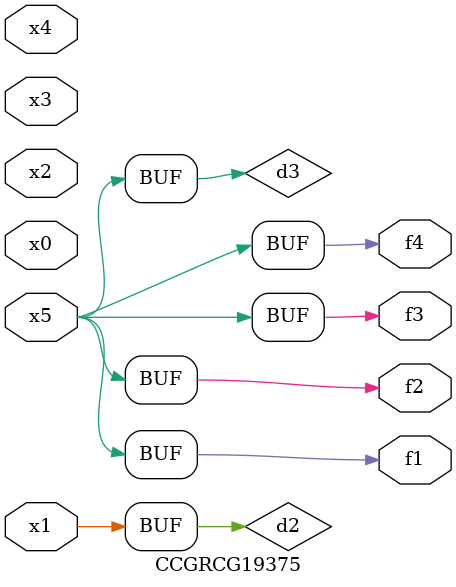
<source format=v>
module CCGRCG19375(
	input x0, x1, x2, x3, x4, x5,
	output f1, f2, f3, f4
);

	wire d1, d2, d3;

	not (d1, x5);
	or (d2, x1);
	xnor (d3, d1);
	assign f1 = d3;
	assign f2 = d3;
	assign f3 = d3;
	assign f4 = d3;
endmodule

</source>
